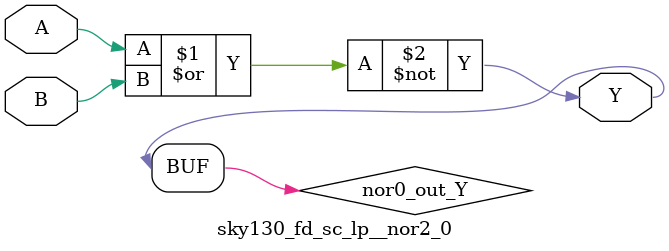
<source format=v>
/*
 * Copyright 2020 The SkyWater PDK Authors
 *
 * Licensed under the Apache License, Version 2.0 (the "License");
 * you may not use this file except in compliance with the License.
 * You may obtain a copy of the License at
 *
 *     https://www.apache.org/licenses/LICENSE-2.0
 *
 * Unless required by applicable law or agreed to in writing, software
 * distributed under the License is distributed on an "AS IS" BASIS,
 * WITHOUT WARRANTIES OR CONDITIONS OF ANY KIND, either express or implied.
 * See the License for the specific language governing permissions and
 * limitations under the License.
 *
 * SPDX-License-Identifier: Apache-2.0
*/


`ifndef SKY130_FD_SC_LP__NOR2_0_FUNCTIONAL_V
`define SKY130_FD_SC_LP__NOR2_0_FUNCTIONAL_V

/**
 * nor2: 2-input NOR.
 *
 * Verilog simulation functional model.
 */

`timescale 1ns / 1ps
`default_nettype none

`celldefine
module sky130_fd_sc_lp__nor2_0 (
    Y,
    A,
    B
);

    // Module ports
    output Y;
    input  A;
    input  B;

    // Local signals
    wire nor0_out_Y;

    //  Name  Output      Other arguments
    nor nor0 (nor0_out_Y, A, B           );
    buf buf0 (Y         , nor0_out_Y     );

endmodule
`endcelldefine

`default_nettype wire
`endif  // SKY130_FD_SC_LP__NOR2_0_FUNCTIONAL_V

</source>
